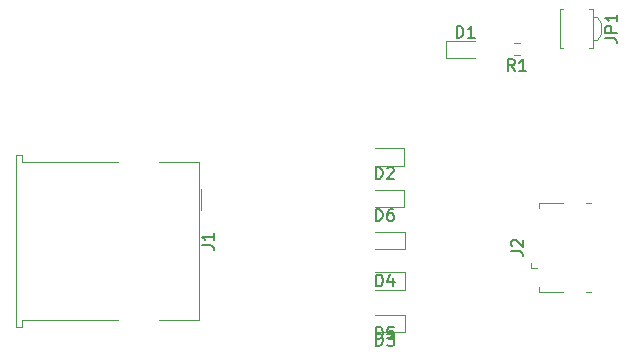
<source format=gbr>
%TF.GenerationSoftware,KiCad,Pcbnew,8.0.0*%
%TF.CreationDate,2024-02-28T17:19:02+01:00*%
%TF.ProjectId,carte-test-cable-usb,63617274-652d-4746-9573-742d6361626c,rev?*%
%TF.SameCoordinates,Original*%
%TF.FileFunction,Legend,Top*%
%TF.FilePolarity,Positive*%
%FSLAX46Y46*%
G04 Gerber Fmt 4.6, Leading zero omitted, Abs format (unit mm)*
G04 Created by KiCad (PCBNEW 8.0.0) date 2024-02-28 17:19:02*
%MOMM*%
%LPD*%
G01*
G04 APERTURE LIST*
%ADD10C,0.150000*%
%ADD11C,0.120000*%
G04 APERTURE END LIST*
D10*
X157143333Y-90104819D02*
X156810000Y-89628628D01*
X156571905Y-90104819D02*
X156571905Y-89104819D01*
X156571905Y-89104819D02*
X156952857Y-89104819D01*
X156952857Y-89104819D02*
X157048095Y-89152438D01*
X157048095Y-89152438D02*
X157095714Y-89200057D01*
X157095714Y-89200057D02*
X157143333Y-89295295D01*
X157143333Y-89295295D02*
X157143333Y-89438152D01*
X157143333Y-89438152D02*
X157095714Y-89533390D01*
X157095714Y-89533390D02*
X157048095Y-89581009D01*
X157048095Y-89581009D02*
X156952857Y-89628628D01*
X156952857Y-89628628D02*
X156571905Y-89628628D01*
X158095714Y-90104819D02*
X157524286Y-90104819D01*
X157810000Y-90104819D02*
X157810000Y-89104819D01*
X157810000Y-89104819D02*
X157714762Y-89247676D01*
X157714762Y-89247676D02*
X157619524Y-89342914D01*
X157619524Y-89342914D02*
X157524286Y-89390533D01*
X164804819Y-87333333D02*
X165519104Y-87333333D01*
X165519104Y-87333333D02*
X165661961Y-87380952D01*
X165661961Y-87380952D02*
X165757200Y-87476190D01*
X165757200Y-87476190D02*
X165804819Y-87619047D01*
X165804819Y-87619047D02*
X165804819Y-87714285D01*
X165804819Y-86857142D02*
X164804819Y-86857142D01*
X164804819Y-86857142D02*
X164804819Y-86476190D01*
X164804819Y-86476190D02*
X164852438Y-86380952D01*
X164852438Y-86380952D02*
X164900057Y-86333333D01*
X164900057Y-86333333D02*
X164995295Y-86285714D01*
X164995295Y-86285714D02*
X165138152Y-86285714D01*
X165138152Y-86285714D02*
X165233390Y-86333333D01*
X165233390Y-86333333D02*
X165281009Y-86380952D01*
X165281009Y-86380952D02*
X165328628Y-86476190D01*
X165328628Y-86476190D02*
X165328628Y-86857142D01*
X165804819Y-85333333D02*
X165804819Y-85904761D01*
X165804819Y-85619047D02*
X164804819Y-85619047D01*
X164804819Y-85619047D02*
X164947676Y-85714285D01*
X164947676Y-85714285D02*
X165042914Y-85809523D01*
X165042914Y-85809523D02*
X165090533Y-85904761D01*
X156837856Y-105369940D02*
X157552141Y-105369940D01*
X157552141Y-105369940D02*
X157694998Y-105417559D01*
X157694998Y-105417559D02*
X157790237Y-105512797D01*
X157790237Y-105512797D02*
X157837856Y-105655654D01*
X157837856Y-105655654D02*
X157837856Y-105750892D01*
X156933094Y-104941368D02*
X156885475Y-104893749D01*
X156885475Y-104893749D02*
X156837856Y-104798511D01*
X156837856Y-104798511D02*
X156837856Y-104560416D01*
X156837856Y-104560416D02*
X156885475Y-104465178D01*
X156885475Y-104465178D02*
X156933094Y-104417559D01*
X156933094Y-104417559D02*
X157028332Y-104369940D01*
X157028332Y-104369940D02*
X157123570Y-104369940D01*
X157123570Y-104369940D02*
X157266427Y-104417559D01*
X157266427Y-104417559D02*
X157837856Y-104988987D01*
X157837856Y-104988987D02*
X157837856Y-104369940D01*
X130644819Y-104833333D02*
X131359104Y-104833333D01*
X131359104Y-104833333D02*
X131501961Y-104880952D01*
X131501961Y-104880952D02*
X131597200Y-104976190D01*
X131597200Y-104976190D02*
X131644819Y-105119047D01*
X131644819Y-105119047D02*
X131644819Y-105214285D01*
X131644819Y-103833333D02*
X131644819Y-104404761D01*
X131644819Y-104119047D02*
X130644819Y-104119047D01*
X130644819Y-104119047D02*
X130787676Y-104214285D01*
X130787676Y-104214285D02*
X130882914Y-104309523D01*
X130882914Y-104309523D02*
X130930533Y-104404761D01*
X145386905Y-102784819D02*
X145386905Y-101784819D01*
X145386905Y-101784819D02*
X145625000Y-101784819D01*
X145625000Y-101784819D02*
X145767857Y-101832438D01*
X145767857Y-101832438D02*
X145863095Y-101927676D01*
X145863095Y-101927676D02*
X145910714Y-102022914D01*
X145910714Y-102022914D02*
X145958333Y-102213390D01*
X145958333Y-102213390D02*
X145958333Y-102356247D01*
X145958333Y-102356247D02*
X145910714Y-102546723D01*
X145910714Y-102546723D02*
X145863095Y-102641961D01*
X145863095Y-102641961D02*
X145767857Y-102737200D01*
X145767857Y-102737200D02*
X145625000Y-102784819D01*
X145625000Y-102784819D02*
X145386905Y-102784819D01*
X146815476Y-101784819D02*
X146625000Y-101784819D01*
X146625000Y-101784819D02*
X146529762Y-101832438D01*
X146529762Y-101832438D02*
X146482143Y-101880057D01*
X146482143Y-101880057D02*
X146386905Y-102022914D01*
X146386905Y-102022914D02*
X146339286Y-102213390D01*
X146339286Y-102213390D02*
X146339286Y-102594342D01*
X146339286Y-102594342D02*
X146386905Y-102689580D01*
X146386905Y-102689580D02*
X146434524Y-102737200D01*
X146434524Y-102737200D02*
X146529762Y-102784819D01*
X146529762Y-102784819D02*
X146720238Y-102784819D01*
X146720238Y-102784819D02*
X146815476Y-102737200D01*
X146815476Y-102737200D02*
X146863095Y-102689580D01*
X146863095Y-102689580D02*
X146910714Y-102594342D01*
X146910714Y-102594342D02*
X146910714Y-102356247D01*
X146910714Y-102356247D02*
X146863095Y-102261009D01*
X146863095Y-102261009D02*
X146815476Y-102213390D01*
X146815476Y-102213390D02*
X146720238Y-102165771D01*
X146720238Y-102165771D02*
X146529762Y-102165771D01*
X146529762Y-102165771D02*
X146434524Y-102213390D01*
X146434524Y-102213390D02*
X146386905Y-102261009D01*
X146386905Y-102261009D02*
X146339286Y-102356247D01*
X145416905Y-112764819D02*
X145416905Y-111764819D01*
X145416905Y-111764819D02*
X145655000Y-111764819D01*
X145655000Y-111764819D02*
X145797857Y-111812438D01*
X145797857Y-111812438D02*
X145893095Y-111907676D01*
X145893095Y-111907676D02*
X145940714Y-112002914D01*
X145940714Y-112002914D02*
X145988333Y-112193390D01*
X145988333Y-112193390D02*
X145988333Y-112336247D01*
X145988333Y-112336247D02*
X145940714Y-112526723D01*
X145940714Y-112526723D02*
X145893095Y-112621961D01*
X145893095Y-112621961D02*
X145797857Y-112717200D01*
X145797857Y-112717200D02*
X145655000Y-112764819D01*
X145655000Y-112764819D02*
X145416905Y-112764819D01*
X146893095Y-111764819D02*
X146416905Y-111764819D01*
X146416905Y-111764819D02*
X146369286Y-112241009D01*
X146369286Y-112241009D02*
X146416905Y-112193390D01*
X146416905Y-112193390D02*
X146512143Y-112145771D01*
X146512143Y-112145771D02*
X146750238Y-112145771D01*
X146750238Y-112145771D02*
X146845476Y-112193390D01*
X146845476Y-112193390D02*
X146893095Y-112241009D01*
X146893095Y-112241009D02*
X146940714Y-112336247D01*
X146940714Y-112336247D02*
X146940714Y-112574342D01*
X146940714Y-112574342D02*
X146893095Y-112669580D01*
X146893095Y-112669580D02*
X146845476Y-112717200D01*
X146845476Y-112717200D02*
X146750238Y-112764819D01*
X146750238Y-112764819D02*
X146512143Y-112764819D01*
X146512143Y-112764819D02*
X146416905Y-112717200D01*
X146416905Y-112717200D02*
X146369286Y-112669580D01*
X145416905Y-108334819D02*
X145416905Y-107334819D01*
X145416905Y-107334819D02*
X145655000Y-107334819D01*
X145655000Y-107334819D02*
X145797857Y-107382438D01*
X145797857Y-107382438D02*
X145893095Y-107477676D01*
X145893095Y-107477676D02*
X145940714Y-107572914D01*
X145940714Y-107572914D02*
X145988333Y-107763390D01*
X145988333Y-107763390D02*
X145988333Y-107906247D01*
X145988333Y-107906247D02*
X145940714Y-108096723D01*
X145940714Y-108096723D02*
X145893095Y-108191961D01*
X145893095Y-108191961D02*
X145797857Y-108287200D01*
X145797857Y-108287200D02*
X145655000Y-108334819D01*
X145655000Y-108334819D02*
X145416905Y-108334819D01*
X146845476Y-107668152D02*
X146845476Y-108334819D01*
X146607381Y-107287200D02*
X146369286Y-108001485D01*
X146369286Y-108001485D02*
X146988333Y-108001485D01*
X145416905Y-113354819D02*
X145416905Y-112354819D01*
X145416905Y-112354819D02*
X145655000Y-112354819D01*
X145655000Y-112354819D02*
X145797857Y-112402438D01*
X145797857Y-112402438D02*
X145893095Y-112497676D01*
X145893095Y-112497676D02*
X145940714Y-112592914D01*
X145940714Y-112592914D02*
X145988333Y-112783390D01*
X145988333Y-112783390D02*
X145988333Y-112926247D01*
X145988333Y-112926247D02*
X145940714Y-113116723D01*
X145940714Y-113116723D02*
X145893095Y-113211961D01*
X145893095Y-113211961D02*
X145797857Y-113307200D01*
X145797857Y-113307200D02*
X145655000Y-113354819D01*
X145655000Y-113354819D02*
X145416905Y-113354819D01*
X146321667Y-112354819D02*
X146940714Y-112354819D01*
X146940714Y-112354819D02*
X146607381Y-112735771D01*
X146607381Y-112735771D02*
X146750238Y-112735771D01*
X146750238Y-112735771D02*
X146845476Y-112783390D01*
X146845476Y-112783390D02*
X146893095Y-112831009D01*
X146893095Y-112831009D02*
X146940714Y-112926247D01*
X146940714Y-112926247D02*
X146940714Y-113164342D01*
X146940714Y-113164342D02*
X146893095Y-113259580D01*
X146893095Y-113259580D02*
X146845476Y-113307200D01*
X146845476Y-113307200D02*
X146750238Y-113354819D01*
X146750238Y-113354819D02*
X146464524Y-113354819D01*
X146464524Y-113354819D02*
X146369286Y-113307200D01*
X146369286Y-113307200D02*
X146321667Y-113259580D01*
X145386905Y-99254819D02*
X145386905Y-98254819D01*
X145386905Y-98254819D02*
X145625000Y-98254819D01*
X145625000Y-98254819D02*
X145767857Y-98302438D01*
X145767857Y-98302438D02*
X145863095Y-98397676D01*
X145863095Y-98397676D02*
X145910714Y-98492914D01*
X145910714Y-98492914D02*
X145958333Y-98683390D01*
X145958333Y-98683390D02*
X145958333Y-98826247D01*
X145958333Y-98826247D02*
X145910714Y-99016723D01*
X145910714Y-99016723D02*
X145863095Y-99111961D01*
X145863095Y-99111961D02*
X145767857Y-99207200D01*
X145767857Y-99207200D02*
X145625000Y-99254819D01*
X145625000Y-99254819D02*
X145386905Y-99254819D01*
X146339286Y-98350057D02*
X146386905Y-98302438D01*
X146386905Y-98302438D02*
X146482143Y-98254819D01*
X146482143Y-98254819D02*
X146720238Y-98254819D01*
X146720238Y-98254819D02*
X146815476Y-98302438D01*
X146815476Y-98302438D02*
X146863095Y-98350057D01*
X146863095Y-98350057D02*
X146910714Y-98445295D01*
X146910714Y-98445295D02*
X146910714Y-98540533D01*
X146910714Y-98540533D02*
X146863095Y-98683390D01*
X146863095Y-98683390D02*
X146291667Y-99254819D01*
X146291667Y-99254819D02*
X146910714Y-99254819D01*
X152226905Y-87284819D02*
X152226905Y-86284819D01*
X152226905Y-86284819D02*
X152465000Y-86284819D01*
X152465000Y-86284819D02*
X152607857Y-86332438D01*
X152607857Y-86332438D02*
X152703095Y-86427676D01*
X152703095Y-86427676D02*
X152750714Y-86522914D01*
X152750714Y-86522914D02*
X152798333Y-86713390D01*
X152798333Y-86713390D02*
X152798333Y-86856247D01*
X152798333Y-86856247D02*
X152750714Y-87046723D01*
X152750714Y-87046723D02*
X152703095Y-87141961D01*
X152703095Y-87141961D02*
X152607857Y-87237200D01*
X152607857Y-87237200D02*
X152465000Y-87284819D01*
X152465000Y-87284819D02*
X152226905Y-87284819D01*
X153750714Y-87284819D02*
X153179286Y-87284819D01*
X153465000Y-87284819D02*
X153465000Y-86284819D01*
X153465000Y-86284819D02*
X153369762Y-86427676D01*
X153369762Y-86427676D02*
X153274524Y-86522914D01*
X153274524Y-86522914D02*
X153179286Y-86570533D01*
D11*
%TO.C,R1*%
X157564724Y-88742500D02*
X157055276Y-88742500D01*
X157564724Y-87697500D02*
X157055276Y-87697500D01*
%TO.C,JP1*%
X163750000Y-84850000D02*
X163750000Y-88150000D01*
X163450000Y-84850000D02*
X163750000Y-84850000D01*
X161250000Y-84850000D02*
X160950000Y-84850000D01*
X160950000Y-84850000D02*
X160950000Y-88150000D01*
X164070000Y-85500000D02*
X163750000Y-85500000D01*
X164450000Y-86000000D02*
X164070000Y-85500000D01*
X164450000Y-86000000D02*
X164450000Y-87000000D01*
X164450000Y-87000000D02*
X164070000Y-87500000D01*
X164070000Y-87500000D02*
X163750000Y-87500000D01*
X163750000Y-88150000D02*
X163450000Y-88150000D01*
X160950000Y-88150000D02*
X161250000Y-88150000D01*
%TO.C,J2*%
X159223037Y-108796607D02*
X159223037Y-108376607D01*
X161203037Y-108796607D02*
X159223037Y-108796607D01*
X163573037Y-108796607D02*
X163173037Y-108796607D01*
X158993037Y-106796607D02*
X158543037Y-106796607D01*
X158543037Y-106346607D02*
X158543037Y-106796607D01*
X159223037Y-101276607D02*
X159223037Y-101696607D01*
X161203037Y-101276607D02*
X159223037Y-101276607D01*
X163173037Y-101276607D02*
X163573037Y-101276607D01*
%TO.C,J1*%
X115420000Y-97190000D02*
X114900000Y-97190000D01*
X114900000Y-97190000D02*
X114900000Y-111810000D01*
X130380000Y-97840000D02*
X127050000Y-97840000D01*
X130380000Y-97840000D02*
X130380000Y-111160000D01*
X115420000Y-97840000D02*
X115420000Y-97190000D01*
X115420000Y-97840000D02*
X123530000Y-97840000D01*
X130600000Y-100100000D02*
X130600000Y-101900000D01*
X130380000Y-111160000D02*
X127050000Y-111160000D01*
X123530000Y-111160000D02*
X115420000Y-111160000D01*
X115420000Y-111810000D02*
X115420000Y-111160000D01*
X114900000Y-111810000D02*
X115420000Y-111810000D01*
%TO.C,D6*%
X145325000Y-101635000D02*
X147785000Y-101635000D01*
X147785000Y-100165000D02*
X145325000Y-100165000D01*
X147785000Y-101635000D02*
X147785000Y-100165000D01*
%TO.C,D5*%
X145355000Y-108615000D02*
X147815000Y-108615000D01*
X147815000Y-107145000D02*
X145355000Y-107145000D01*
X147815000Y-108615000D02*
X147815000Y-107145000D01*
%TO.C,D4*%
X147815000Y-105185000D02*
X147815000Y-103715000D01*
X147815000Y-103715000D02*
X145355000Y-103715000D01*
X145355000Y-105185000D02*
X147815000Y-105185000D01*
%TO.C,D3*%
X145355000Y-112205000D02*
X147815000Y-112205000D01*
X147815000Y-110735000D02*
X145355000Y-110735000D01*
X147815000Y-112205000D02*
X147815000Y-110735000D01*
%TO.C,D2*%
X145325000Y-98105000D02*
X147785000Y-98105000D01*
X147785000Y-96635000D02*
X145325000Y-96635000D01*
X147785000Y-98105000D02*
X147785000Y-96635000D01*
%TO.C,D1*%
X151305000Y-87525000D02*
X151305000Y-88995000D01*
X151305000Y-88995000D02*
X153765000Y-88995000D01*
X153765000Y-87525000D02*
X151305000Y-87525000D01*
%TD*%
M02*

</source>
